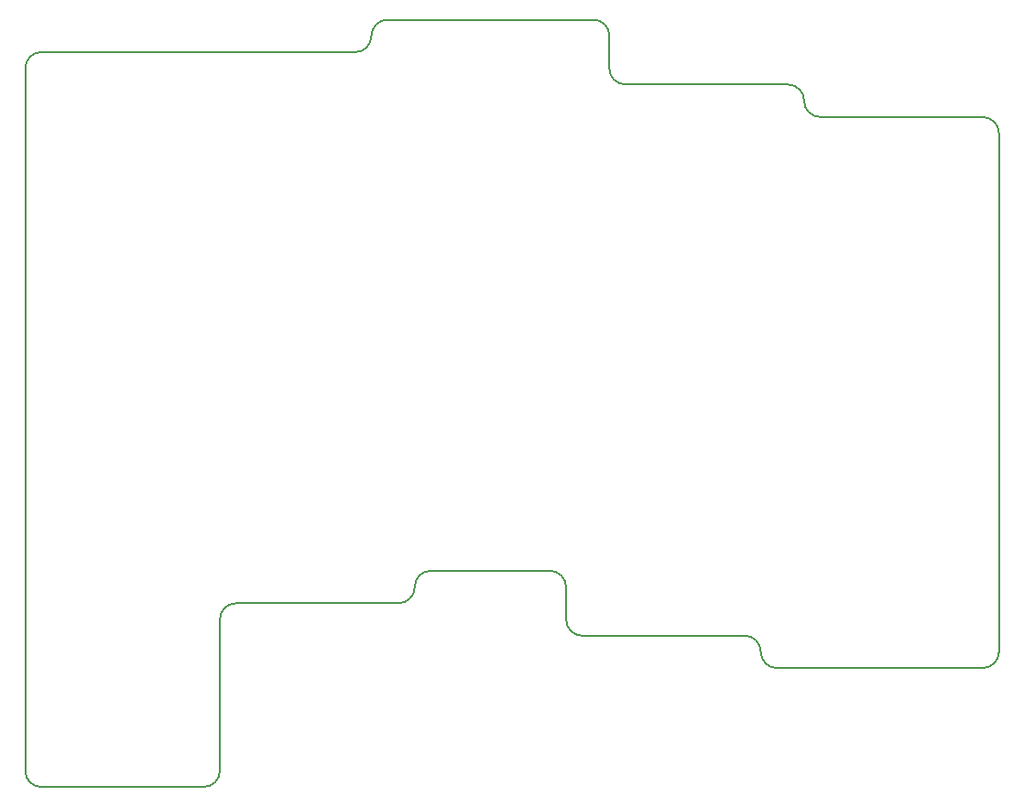
<source format=gbr>
%TF.GenerationSoftware,KiCad,Pcbnew,(7.0.0-0)*%
%TF.CreationDate,2023-06-15T15:06:03+08:00*%
%TF.ProjectId,left,6c656674-2e6b-4696-9361-645f70636258,v1.0.0*%
%TF.SameCoordinates,Original*%
%TF.FileFunction,Profile,NP*%
%FSLAX46Y46*%
G04 Gerber Fmt 4.6, Leading zero omitted, Abs format (unit mm)*
G04 Created by KiCad (PCBNEW (7.0.0-0)) date 2023-06-15 15:06:03*
%MOMM*%
%LPD*%
G01*
G04 APERTURE LIST*
%TA.AperFunction,Profile*%
%ADD10C,0.150000*%
%TD*%
G04 APERTURE END LIST*
D10*
X-5510000Y-8500000D02*
X9510000Y-8500000D01*
X11000000Y-7010000D02*
X11000000Y7010000D01*
X-5510000Y59500000D02*
X23510000Y59500000D01*
X12490000Y8500000D02*
X27510000Y8500000D01*
X29000000Y9990000D02*
X29000000Y10010000D01*
X30490000Y11500000D02*
X41510000Y11500000D01*
X47000000Y57990000D02*
X47000000Y61010000D01*
X45510000Y62500000D02*
X26490000Y62500000D01*
X25000000Y61010000D02*
X25000000Y60990000D01*
X44490000Y5500000D02*
X59510000Y5500000D01*
X43000000Y10010000D02*
X43000000Y6990000D01*
X65000000Y54990000D02*
X65000000Y55010000D01*
X63510000Y56500000D02*
X48490000Y56500000D01*
X62490000Y2500000D02*
X81510000Y2500000D01*
X83000000Y3990000D02*
X83000000Y52010000D01*
X61000000Y4010000D02*
X61000000Y3990000D01*
X81510000Y53500000D02*
X66490000Y53500000D01*
X-7000000Y-7010000D02*
X-7000000Y58010000D01*
X9510000Y-8500000D02*
G75*
G03*
X11000000Y-7010000I0J1490000D01*
G01*
X12490000Y8500000D02*
G75*
G03*
X11000000Y7010000I0J-1490000D01*
G01*
X27510000Y8500000D02*
G75*
G03*
X29000000Y9990000I0J1490000D01*
G01*
X30490000Y11500000D02*
G75*
G03*
X29000000Y10010000I0J-1490000D01*
G01*
X43000000Y10010000D02*
G75*
G03*
X41510000Y11500000I-1490000J0D01*
G01*
X43000000Y6990000D02*
G75*
G03*
X44490000Y5500000I1490000J0D01*
G01*
X61000000Y4010000D02*
G75*
G03*
X59510000Y5500000I-1490000J0D01*
G01*
X61000000Y3990000D02*
G75*
G03*
X62490000Y2500000I1490000J0D01*
G01*
X81510000Y2500000D02*
G75*
G03*
X83000000Y3990000I0J1490000D01*
G01*
X83000000Y52010000D02*
G75*
G03*
X81510000Y53500000I-1490000J0D01*
G01*
X65000000Y54990000D02*
G75*
G03*
X66490000Y53500000I1490000J0D01*
G01*
X65000000Y55010000D02*
G75*
G03*
X63510000Y56500000I-1490000J0D01*
G01*
X47000000Y57990000D02*
G75*
G03*
X48490000Y56500000I1490000J0D01*
G01*
X47000000Y61010000D02*
G75*
G03*
X45510000Y62500000I-1490000J0D01*
G01*
X26490000Y62500000D02*
G75*
G03*
X25000000Y61010000I0J-1490000D01*
G01*
X23510000Y59500000D02*
G75*
G03*
X25000000Y60990000I0J1490000D01*
G01*
X-5510000Y59500000D02*
G75*
G03*
X-7000000Y58010000I0J-1490000D01*
G01*
X-7000000Y-7010000D02*
G75*
G03*
X-5510000Y-8500000I1490000J0D01*
G01*
M02*

</source>
